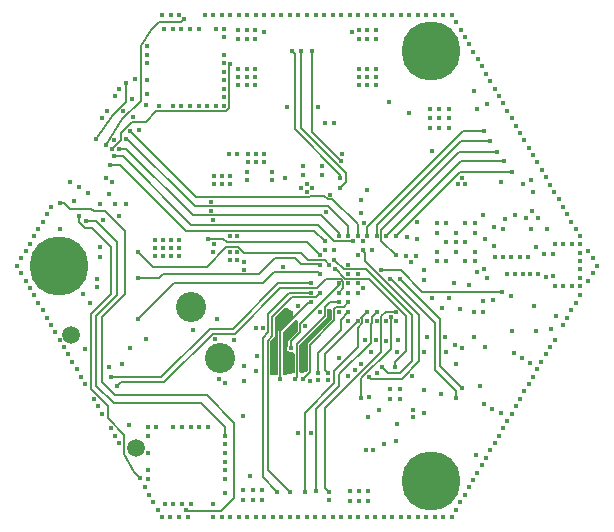
<source format=gbr>
%TF.GenerationSoftware,KiCad,Pcbnew,9.0.3*%
%TF.CreationDate,2025-09-25T19:14:03+02:00*%
%TF.ProjectId,PCB_PAPI,5043425f-5041-4504-992e-6b696361645f,rev?*%
%TF.SameCoordinates,Original*%
%TF.FileFunction,Copper,L3,Inr*%
%TF.FilePolarity,Positive*%
%FSLAX46Y46*%
G04 Gerber Fmt 4.6, Leading zero omitted, Abs format (unit mm)*
G04 Created by KiCad (PCBNEW 9.0.3) date 2025-09-25 19:14:03*
%MOMM*%
%LPD*%
G01*
G04 APERTURE LIST*
%TA.AperFunction,ComponentPad*%
%ADD10C,0.800000*%
%TD*%
%TA.AperFunction,ComponentPad*%
%ADD11C,5.000000*%
%TD*%
%TA.AperFunction,ComponentPad*%
%ADD12C,2.550000*%
%TD*%
%TA.AperFunction,ComponentPad*%
%ADD13C,1.500000*%
%TD*%
%TA.AperFunction,ViaPad*%
%ADD14C,0.400000*%
%TD*%
%TA.AperFunction,Conductor*%
%ADD15C,0.160000*%
%TD*%
G04 APERTURE END LIST*
D10*
%TO.N,GND*%
%TO.C,H3*%
X137625000Y-101186533D03*
X138174175Y-99860708D03*
X138174175Y-102512358D03*
X139500000Y-99311533D03*
D11*
X139500000Y-101186533D03*
D10*
X139500000Y-103061533D03*
X140825825Y-99860708D03*
X140825825Y-102512358D03*
X141375000Y-101186533D03*
%TD*%
%TO.N,GND*%
%TO.C,H3*%
X106125000Y-83000000D03*
X106674175Y-81674175D03*
X106674175Y-84325825D03*
X108000000Y-81125000D03*
D11*
X108000000Y-83000000D03*
D10*
X108000000Y-84875000D03*
X109325825Y-81674175D03*
X109325825Y-84325825D03*
X109875000Y-83000000D03*
%TD*%
%TO.N,GND*%
%TO.C,H3*%
X137625000Y-64813467D03*
X138174175Y-63487642D03*
X138174175Y-66139292D03*
X139500000Y-62938467D03*
D11*
X139500000Y-64813467D03*
D10*
X139500000Y-66688467D03*
X140825825Y-63487642D03*
X140825825Y-66139292D03*
X141375000Y-64813467D03*
%TD*%
D12*
%TO.N,/BAT+*%
%TO.C,J3*%
X119173647Y-86476918D03*
%TO.N,GND*%
X121673647Y-90807046D03*
D13*
X114513393Y-98405122D03*
X109013393Y-88878842D03*
%TD*%
D14*
%TO.N,GND*%
X116359000Y-103644729D03*
X115998000Y-103019459D03*
X115637000Y-102394189D03*
X115276000Y-101768918D03*
X113110000Y-98017296D03*
X112749000Y-97392026D03*
X112388000Y-96766756D03*
X111666000Y-95516215D03*
X111305000Y-94890945D03*
X110944000Y-94265674D03*
X110222000Y-93015134D03*
X109861000Y-92389863D03*
X109500000Y-91764593D03*
X109139000Y-91139323D03*
X108778000Y-90514052D03*
X108417000Y-89888782D03*
X108056000Y-89263512D03*
X107695000Y-88638241D03*
X107334000Y-88012971D03*
X106973000Y-87387701D03*
X106612000Y-86762430D03*
X106251000Y-86137160D03*
X105890000Y-85511890D03*
X105529000Y-84886619D03*
X105168000Y-84261349D03*
X104807000Y-83636079D03*
X104446000Y-83010808D03*
X113120000Y-68002704D03*
X112759000Y-68627974D03*
X112037000Y-69878515D03*
X111676000Y-70503785D03*
X107344000Y-78007029D03*
X106983000Y-78632299D03*
X106622000Y-79257570D03*
X106261000Y-79882840D03*
X105900000Y-80508110D03*
X105539000Y-81133381D03*
X105178000Y-81758651D03*
X104817000Y-82383921D03*
X116720000Y-104270000D03*
X117450000Y-61750808D03*
X118172000Y-61750808D03*
X120338000Y-61750808D03*
X121060000Y-61750808D03*
X121782000Y-61750808D03*
X122504000Y-61750808D03*
X123226000Y-61750808D03*
X123948000Y-61750808D03*
X124670000Y-61750808D03*
X125392000Y-61750808D03*
X126114000Y-61750808D03*
X126836000Y-61750808D03*
X127558000Y-61750808D03*
X128280000Y-61750808D03*
X129002000Y-61750808D03*
X129724000Y-61750808D03*
X130446000Y-61750808D03*
X131168000Y-61750808D03*
X131890000Y-61750808D03*
X132612000Y-61750808D03*
X133334000Y-61750808D03*
X134056000Y-61750808D03*
X134778000Y-61750808D03*
X135500000Y-61750808D03*
X136222000Y-61750808D03*
X136944000Y-61750808D03*
X137666000Y-61750808D03*
X138388000Y-61750808D03*
X139110000Y-61750808D03*
X139832000Y-61750808D03*
X140554000Y-61750808D03*
X141276000Y-61750808D03*
X141637000Y-62376079D03*
X141998000Y-63001349D03*
X142359000Y-63626619D03*
X142720000Y-64251890D03*
X143081000Y-64877160D03*
X143442000Y-65502430D03*
X143803000Y-66127701D03*
X144164000Y-66752971D03*
X144525000Y-67378241D03*
X144886000Y-68003512D03*
X145247000Y-68628782D03*
X145608000Y-69254052D03*
X145969000Y-69879323D03*
X146330000Y-70504593D03*
X146691000Y-71129863D03*
X147052000Y-71755134D03*
X147413000Y-72380404D03*
X147774000Y-73005674D03*
X148135000Y-73630945D03*
X148496000Y-74256215D03*
X148857000Y-74881485D03*
X149218000Y-75506756D03*
X149579000Y-76132026D03*
X149940000Y-76757296D03*
X150301000Y-77382567D03*
X150662000Y-78007837D03*
X151023000Y-78633107D03*
X151384000Y-79258378D03*
X151745000Y-79883648D03*
X152106000Y-80508918D03*
X152828000Y-81759459D03*
X153189000Y-82384729D03*
X153550000Y-83010000D03*
X153183000Y-83636079D03*
X152822000Y-84261349D03*
X152100000Y-85511890D03*
X151739000Y-86137160D03*
X151378000Y-86762430D03*
X151017000Y-87387701D03*
X150656000Y-88012971D03*
X149960000Y-89280000D03*
X149573000Y-89888782D03*
X149212000Y-90514052D03*
X148851000Y-91139323D03*
X148490000Y-91764593D03*
X148129000Y-92389863D03*
X147768000Y-93015134D03*
X147407000Y-93640404D03*
X147046000Y-94265674D03*
X146685000Y-94890945D03*
X146324000Y-95516215D03*
X145963000Y-96141485D03*
X145602000Y-96766756D03*
X145241000Y-97392026D03*
X144880000Y-98017296D03*
X144519000Y-98642567D03*
X144158000Y-99267837D03*
X143797000Y-99893107D03*
X143436000Y-100518378D03*
X143075000Y-101143648D03*
X142714000Y-101768918D03*
X142353000Y-102394189D03*
X141992000Y-103019459D03*
X141631000Y-103644729D03*
X141270000Y-104270000D03*
X116730000Y-61750000D03*
X140546000Y-104270000D03*
X139824000Y-104270000D03*
X139102000Y-104270000D03*
X138380000Y-104270000D03*
X137658000Y-104270000D03*
X136936000Y-104270000D03*
X136214000Y-104270000D03*
X135492000Y-104270000D03*
X134770000Y-104270000D03*
X134048000Y-104270000D03*
X133326000Y-104270000D03*
X132604000Y-104270000D03*
X131882000Y-104270000D03*
X131160000Y-104270000D03*
X130438000Y-104270000D03*
X129716000Y-104270000D03*
X128994000Y-104270000D03*
X128272000Y-104270000D03*
X127550000Y-104270000D03*
X126828000Y-104270000D03*
X126106000Y-104270000D03*
X125384000Y-104270000D03*
X124662000Y-104270000D03*
X123940000Y-104270000D03*
X123218000Y-104270000D03*
X122496000Y-104270000D03*
X121774000Y-104270000D03*
X121052000Y-104270000D03*
X118886000Y-104270000D03*
X118164000Y-104270000D03*
X117442000Y-104270000D03*
X112680000Y-72380000D03*
X126170000Y-91747982D03*
X127920000Y-87980000D03*
X114740000Y-71470000D03*
X148410000Y-88510000D03*
X146360000Y-88500000D03*
X140210000Y-71300000D03*
X139410000Y-71300000D03*
X141010000Y-70500000D03*
X140210000Y-70500000D03*
X139410000Y-70500000D03*
X141010000Y-69700000D03*
X140210000Y-69700000D03*
X139410000Y-69700000D03*
X141010000Y-71300000D03*
X143940000Y-78690000D03*
X112230000Y-91610000D03*
X113330000Y-91320000D03*
X135925000Y-69127276D03*
X137625000Y-70100000D03*
X130591205Y-78467982D03*
X121080000Y-81870000D03*
X121100000Y-81200000D03*
X127010000Y-83140000D03*
X121070000Y-79120000D03*
X120860000Y-78330000D03*
X120890000Y-77570000D03*
X130490000Y-81650000D03*
X111490000Y-81420000D03*
%TO.N,/BLUE*%
X114730000Y-87480000D03*
%TO.N,/GREEN*%
X114730000Y-84015000D03*
%TO.N,/RED*%
X114730000Y-81825000D03*
%TO.N,GND*%
X108130000Y-79860000D03*
X110030000Y-85400000D03*
X110630000Y-86120000D03*
X111230000Y-84820000D03*
X111250000Y-84100000D03*
X111490000Y-82260000D03*
%TO.N,/STM32/ADC_VBAT*%
X120600000Y-80700000D03*
X130103705Y-82097982D03*
%TO.N,GND*%
X111720000Y-79110000D03*
X133050000Y-91860000D03*
X117690000Y-103205000D03*
X133410000Y-67005000D03*
X133593705Y-77407982D03*
X123630000Y-92770000D03*
X128690000Y-91740000D03*
X133410000Y-63775000D03*
X123190000Y-63075000D03*
X145400000Y-75875000D03*
X151400000Y-81200000D03*
X133600000Y-91290000D03*
X140003705Y-82597982D03*
X124190000Y-100810000D03*
X150113813Y-87228304D03*
X147300000Y-83700000D03*
X140003705Y-79397982D03*
X140725000Y-89000000D03*
X125200000Y-102000000D03*
X124590000Y-67005000D03*
X132828705Y-63247982D03*
X116965000Y-103205000D03*
X152100000Y-81900000D03*
X120590000Y-96680000D03*
X120540000Y-69470000D03*
X130920000Y-77000000D03*
X124400000Y-102800000D03*
X134103705Y-87697982D03*
X118415000Y-96680000D03*
X137900000Y-92375000D03*
X130903705Y-86897982D03*
X123190000Y-67705000D03*
X117640000Y-62945000D03*
X145775000Y-79050000D03*
X140003705Y-81797982D03*
X123950000Y-75100000D03*
X133700000Y-80900000D03*
X141603705Y-80197982D03*
X140803705Y-80997982D03*
X121265000Y-62945000D03*
X134110000Y-63775000D03*
X130500000Y-70900000D03*
X117640000Y-69470000D03*
X129300000Y-97150000D03*
X148130737Y-76761826D03*
X116915000Y-62945000D03*
X127530000Y-90690000D03*
X128653705Y-75347982D03*
X149800000Y-82000000D03*
X124590000Y-63775000D03*
X143913705Y-86002982D03*
X128250000Y-97150000D03*
X145900000Y-83700000D03*
X143203705Y-80197982D03*
X121990000Y-66570000D03*
X114300000Y-70400000D03*
X133400000Y-102900000D03*
X152100000Y-84000000D03*
X140803705Y-79397982D03*
X138225000Y-82200000D03*
X136053705Y-94247982D03*
X121990000Y-68020000D03*
X148553705Y-78967982D03*
X119090000Y-69470000D03*
X123630000Y-91530000D03*
X133588705Y-78527982D03*
X140003705Y-80197982D03*
X121990000Y-63670000D03*
X115465000Y-67300000D03*
X123890000Y-63775000D03*
X134500000Y-81700000D03*
X131950000Y-73530000D03*
X133410000Y-67705000D03*
X142403705Y-79397982D03*
X126050000Y-75100000D03*
X138900000Y-90300000D03*
X150700000Y-84700000D03*
X134810000Y-63075000D03*
X143203705Y-79397982D03*
X142700000Y-84650000D03*
X133800000Y-79400000D03*
X136853705Y-93447982D03*
X131325000Y-81700000D03*
X129280000Y-92740000D03*
X135703705Y-89400000D03*
X136550000Y-97810000D03*
X119815000Y-69470000D03*
X152100000Y-82600000D03*
X123100000Y-73500000D03*
X136600000Y-90300000D03*
X144763705Y-85920000D03*
X134810000Y-67705000D03*
X137490000Y-80580000D03*
X150700000Y-81200000D03*
X133410000Y-63075000D03*
X128653705Y-74547982D03*
X123053705Y-80450000D03*
X110228769Y-90072037D03*
X113953769Y-96523927D03*
X146600000Y-83700000D03*
X115515000Y-97405000D03*
X115515000Y-98855000D03*
X121040000Y-103210000D03*
X122040000Y-98855000D03*
X109730083Y-76342228D03*
X136853705Y-94247982D03*
X143100000Y-89050000D03*
X152100000Y-84700000D03*
X133883705Y-89297982D03*
X117690000Y-96680000D03*
X115465000Y-64395000D03*
X150000000Y-81200000D03*
X118415000Y-103205000D03*
X124660000Y-91910000D03*
X124400000Y-102000000D03*
X128800000Y-88100000D03*
X145400000Y-95500000D03*
X148600000Y-83700000D03*
X112250000Y-76950000D03*
X123890000Y-67705000D03*
X136053705Y-93447982D03*
X123700000Y-83350000D03*
X144000000Y-94700000D03*
X144000000Y-83300000D03*
X112703702Y-77793589D03*
X119815000Y-62945000D03*
X123890000Y-67005000D03*
X138300000Y-79325000D03*
X147900000Y-91200000D03*
X121990000Y-65120000D03*
X123190000Y-66305000D03*
X110500000Y-76800000D03*
X127300000Y-69600000D03*
X134110000Y-63075000D03*
X124590000Y-66305000D03*
X145600000Y-82300000D03*
X143180737Y-68188174D03*
X124750000Y-90620000D03*
X123950000Y-75700000D03*
X127570000Y-91620000D03*
X122040000Y-98130000D03*
X135510000Y-98080000D03*
X124590000Y-67705000D03*
X115515000Y-96680000D03*
X143203705Y-81797982D03*
X116440000Y-69480000D03*
X132600000Y-102900000D03*
X144107965Y-89880739D03*
X144253641Y-69272037D03*
X133400000Y-102100000D03*
X144693705Y-95088895D03*
X134100000Y-76600000D03*
X130253705Y-75347982D03*
X114222373Y-68913175D03*
X124590000Y-63075000D03*
X134810000Y-67005000D03*
X144900000Y-82300000D03*
X122040000Y-101030000D03*
X123560000Y-95710000D03*
X122050000Y-102230000D03*
X143650000Y-93200000D03*
X126050000Y-75700000D03*
X150000000Y-84700000D03*
X127103705Y-75547982D03*
X134400000Y-90300000D03*
X123053705Y-81850000D03*
X147978641Y-75723927D03*
X113700000Y-77775000D03*
X134250000Y-94100000D03*
X136630000Y-96400000D03*
X149247216Y-83923608D03*
X131300000Y-70900000D03*
X122453705Y-82550000D03*
X146500000Y-90400000D03*
X123600000Y-102800000D03*
X137350000Y-82200000D03*
X148400000Y-81400000D03*
X140803705Y-82597982D03*
X132600000Y-102100000D03*
X149100000Y-82000000D03*
X132503705Y-85297982D03*
X138900000Y-83400000D03*
X132503705Y-84497982D03*
X141923705Y-86682982D03*
X123600000Y-102000000D03*
X115465000Y-65845000D03*
X147700000Y-82300000D03*
X134200000Y-102100000D03*
X143313813Y-99006250D03*
X134110000Y-67005000D03*
X123053705Y-82550000D03*
X119160000Y-103210000D03*
X139175000Y-89000000D03*
X123190000Y-67005000D03*
X121225000Y-89200000D03*
X139616205Y-73272982D03*
X141600000Y-91325000D03*
X109272373Y-77486826D03*
X118365000Y-69470000D03*
X146250000Y-85525000D03*
X134110000Y-66305000D03*
X143400000Y-69700000D03*
X123700000Y-82700000D03*
X148200000Y-86400000D03*
X151400000Y-84700000D03*
X119090000Y-62945000D03*
X108900000Y-75900000D03*
X129900000Y-69600000D03*
X144850000Y-79725000D03*
X141603705Y-80997982D03*
X125200000Y-102800000D03*
X122453705Y-80450000D03*
X132503705Y-83697982D03*
X152100000Y-83300000D03*
X134200000Y-95840000D03*
X134900000Y-92075000D03*
X142403705Y-80997982D03*
X133410000Y-66305000D03*
X146300000Y-82300000D03*
X114420000Y-67180000D03*
X134110000Y-67705000D03*
X134200000Y-102900000D03*
X116240000Y-96680000D03*
X115460000Y-68470000D03*
X121990000Y-68745000D03*
X138900000Y-93500000D03*
X147503705Y-78967982D03*
X143203705Y-82597982D03*
X149800000Y-83900000D03*
X122400000Y-73500000D03*
X139600000Y-85700000D03*
X148025000Y-78400000D03*
X147900000Y-83700000D03*
X147168705Y-90802069D03*
X152100000Y-81200000D03*
X125378705Y-63247982D03*
X138900000Y-84200000D03*
X115465000Y-65120000D03*
X121990000Y-67295000D03*
X138880000Y-95480000D03*
X121990000Y-65845000D03*
X119140000Y-96680000D03*
X135120000Y-95190000D03*
X123890000Y-66305000D03*
X111440000Y-77750000D03*
X122040000Y-100305000D03*
X134810000Y-66305000D03*
X122453705Y-81850000D03*
X113100000Y-78810000D03*
X119375000Y-88475000D03*
X121990000Y-69470000D03*
X121990000Y-62945000D03*
X140750000Y-90275000D03*
X121370000Y-87500000D03*
X127543705Y-87147982D03*
X130253705Y-74547982D03*
X146600000Y-78700000D03*
X147000000Y-82300000D03*
X121265000Y-69470000D03*
X147300000Y-76100000D03*
X119865000Y-96680000D03*
X123190000Y-63775000D03*
X122040000Y-99580000D03*
X137775000Y-82725000D03*
X131740000Y-90800000D03*
X123890000Y-63075000D03*
X135703705Y-87697982D03*
X118365000Y-62945000D03*
X134810000Y-63775000D03*
X142403705Y-82597982D03*
X141603705Y-81797982D03*
X140310000Y-93850000D03*
X113455083Y-69890338D03*
X115515000Y-101030000D03*
X115515000Y-100305000D03*
%TO.N,+3.3V*%
X130103705Y-86897982D03*
X140453705Y-86597982D03*
X133303705Y-83697982D03*
X124700000Y-88300000D03*
X130828905Y-102808905D03*
X141025000Y-85725000D03*
X134903705Y-87697982D03*
X125300000Y-88300000D03*
X128503705Y-76397982D03*
X142100000Y-75600000D03*
X134600000Y-98600000D03*
X145603705Y-79877982D03*
X129453705Y-76397982D03*
X115410000Y-69360000D03*
X134843705Y-89297982D03*
X148000000Y-79900000D03*
X112500000Y-75900000D03*
X144103705Y-80747982D03*
X143353705Y-83497982D03*
X136503705Y-87697982D03*
X136663705Y-89297982D03*
X144223705Y-83997982D03*
X128200000Y-86400000D03*
X143900000Y-86900000D03*
X112000000Y-75600000D03*
X143100000Y-86900000D03*
X133303705Y-84497982D03*
X134000000Y-98600000D03*
X128980000Y-76097984D03*
X138353705Y-80767982D03*
X128980000Y-76760000D03*
X131703705Y-86897982D03*
X141750000Y-76050000D03*
X141453705Y-84477982D03*
X142350000Y-76100000D03*
X133730000Y-84850000D03*
X133303705Y-85297982D03*
X149350000Y-79900000D03*
%TO.N,Net-(C7-Pad1)*%
X132503705Y-82897982D03*
%TO.N,Net-(C10-Pad1)*%
X133303705Y-82097982D03*
%TO.N,VBAT+*%
X116093705Y-82205982D03*
X118193705Y-81505982D03*
X117493705Y-82205982D03*
X116093705Y-81505982D03*
X116793705Y-81505982D03*
X118193705Y-80805982D03*
X117493705Y-81505982D03*
X117493705Y-80805982D03*
X118193705Y-82205982D03*
X116793705Y-80805982D03*
X116093705Y-80805982D03*
X116793705Y-82205982D03*
%TO.N,+5V*%
X121800000Y-76100000D03*
X114054955Y-89999184D03*
X121100000Y-76100000D03*
X121800000Y-75400000D03*
X115400000Y-89200000D03*
X121100000Y-75400000D03*
X122500000Y-76100000D03*
X122500000Y-75400000D03*
%TO.N,4.5V*%
X137950000Y-95800000D03*
X125400000Y-74200000D03*
X124700000Y-73500000D03*
X124000000Y-74200000D03*
X137950000Y-95250000D03*
X141500000Y-89700000D03*
X142100000Y-90000000D03*
X125400000Y-73500000D03*
X124000000Y-73500000D03*
X122075000Y-92940000D03*
X121590000Y-92580000D03*
X124700000Y-74200000D03*
X132500000Y-92300000D03*
%TO.N,/ESP32/CHIP_PU*%
X144800000Y-81300000D03*
%TO.N,Net-(S1-COM_1)*%
X131703705Y-84497982D03*
X127620000Y-90000787D03*
%TO.N,/NRST*%
X132503705Y-87697982D03*
X129400000Y-64800000D03*
X131850000Y-74150000D03*
%TO.N,/GPIO_MOT1*%
X145100000Y-73350000D03*
X136503705Y-82097982D03*
%TO.N,/TX_MOT1*%
X134903705Y-80497982D03*
X144500000Y-72450000D03*
%TO.N,/RX_MOT1*%
X134103705Y-80497982D03*
X144000000Y-71600000D03*
%TO.N,/RX_MOT2*%
X134903705Y-86897982D03*
X129800000Y-102100000D03*
%TO.N,/TX_MOT2*%
X134103705Y-86897982D03*
X128800000Y-102150000D03*
%TO.N,/GPIO_MOT2*%
X136503705Y-86897982D03*
X130850000Y-102150000D03*
%TO.N,/GPIO_MOT3*%
X113100000Y-73100000D03*
X131703705Y-80497982D03*
%TO.N,/TX_MOT3*%
X114050000Y-71550000D03*
X133303705Y-80497982D03*
%TO.N,/RX_MOT3*%
X113650000Y-72250000D03*
X132503705Y-80497982D03*
%TO.N,/ACCEL_MOSI*%
X128650000Y-92600000D03*
X132503705Y-86097982D03*
%TO.N,Net-(IC5-INT2)*%
X129943705Y-92707982D03*
%TO.N,/ACCEL_MISO*%
X131703705Y-86097982D03*
X128000000Y-92600000D03*
%TO.N,Net-(IC5-INT1)*%
X130773705Y-92707982D03*
%TO.N,/SAI_FS*%
X131350000Y-83300000D03*
X136445361Y-91554639D03*
%TO.N,/SAI_SD*%
X134250000Y-92400000D03*
X133700000Y-81700000D03*
%TO.N,/SAI_CLK*%
X131322705Y-82477295D03*
X135350000Y-91550000D03*
%TO.N,/GND_CONTROLLED*%
X149691910Y-88380706D03*
%TO.N,/BTN_A*%
X122800000Y-89300000D03*
%TO.N,/GND_CONTROl_GPIO*%
X145500000Y-85200000D03*
X135303707Y-83397980D03*
%TO.N,/ACCEL_CLK*%
X126750000Y-92626338D03*
X129303705Y-86097982D03*
%TO.N,/ACCEL_INT2*%
X129943705Y-92067982D03*
X132503705Y-86897982D03*
%TO.N,/ACCEL_INT1*%
X130773705Y-92067982D03*
X133303705Y-87697982D03*
%TO.N,/AMPLI_SD_MODE*%
X133573705Y-94237982D03*
X136100000Y-87300000D03*
%TO.N,/SWDIO*%
X127700000Y-64800000D03*
X131800000Y-75600000D03*
%TO.N,/SWCLK*%
X128500000Y-64800000D03*
X131800000Y-76400000D03*
%TO.N,/RX_LIDAR*%
X112900000Y-93200000D03*
X131703705Y-85297982D03*
%TO.N,/SDA_TOF1*%
X145700000Y-74150000D03*
X135703705Y-80497982D03*
%TO.N,/SDA_TOF3*%
X112650000Y-73750000D03*
X132900000Y-80901687D03*
%TO.N,/SCL_TOF1*%
X146350000Y-75050000D03*
X136503705Y-80497982D03*
%TO.N,/SDA_TOF2*%
X126500000Y-102150000D03*
X129303705Y-85297982D03*
%TO.N,/LIDAR_PWM*%
X112400000Y-92450000D03*
X129303705Y-84497982D03*
%TO.N,/SCL_TOF2*%
X127550000Y-102150000D03*
X130103705Y-85297982D03*
%TO.N,/SCL_TOF3*%
X112300000Y-74450000D03*
X130500000Y-80900000D03*
%TO.N,/TX_SUP*%
X142107965Y-93344841D03*
X136850000Y-84100000D03*
%TO.N,/RX_SUP*%
X136050000Y-84100000D03*
X141607965Y-94210866D03*
%TO.N,/ACCESOIRES/RED1*%
X122050000Y-97400000D03*
X110303701Y-79196299D03*
%TO.N,/RED*%
X130903705Y-82897982D03*
%TO.N,/ACCESOIRES/RED1*%
X122490000Y-65930000D03*
X112478784Y-73138784D03*
%TO.N,/ACCESOIRES/GREEN1*%
X114890000Y-100987837D03*
X109660000Y-78810000D03*
X111953840Y-72813840D03*
X118600000Y-62110000D03*
%TO.N,/GREEN*%
X130103705Y-82897982D03*
%TO.N,/ACCESOIRES/BLEU1*%
X108070000Y-77700000D03*
%TO.N,/BLUE*%
X130103705Y-83697982D03*
%TO.N,/ACCESOIRES/BLEU1*%
X111138835Y-72288835D03*
X118790000Y-103670000D03*
X113650000Y-67530000D03*
%TD*%
D15*
%TO.N,/ACCESOIRES/GREEN1*%
X113360000Y-70590000D02*
X111953840Y-72813840D01*
X114930000Y-69020000D02*
X113360000Y-70590000D01*
X114985469Y-64433158D02*
X114930000Y-64540000D01*
X115780000Y-63070000D02*
X114985469Y-64433158D01*
X114930000Y-64540000D02*
X114930000Y-69020000D01*
X118340000Y-62370000D02*
X116480000Y-62370000D01*
X118600000Y-62110000D02*
X118340000Y-62370000D01*
X116480000Y-62370000D02*
X115780000Y-63070000D01*
%TO.N,/ACCESOIRES/BLEU1*%
X113650000Y-69100000D02*
X112545000Y-70205000D01*
X113650000Y-67530000D02*
X113650000Y-69100000D01*
X112545000Y-70205000D02*
X111138835Y-72288835D01*
X118880000Y-103670000D02*
X118790000Y-103670000D01*
X118980000Y-103770000D02*
X118880000Y-103670000D01*
X121760000Y-103770000D02*
X118980000Y-103770000D01*
X122860000Y-102670000D02*
X121760000Y-103770000D01*
X122860000Y-96300000D02*
X122860000Y-102670000D01*
X120510000Y-93950000D02*
X122860000Y-96300000D01*
X112750000Y-93950000D02*
X120510000Y-93950000D01*
X111620000Y-92820000D02*
X112750000Y-93950000D01*
X113570000Y-80060000D02*
X113570000Y-85430000D01*
X110754284Y-78190000D02*
X110944284Y-78380000D01*
X108940000Y-78190000D02*
X110754284Y-78190000D01*
X113570000Y-85430000D02*
X111620000Y-87380000D01*
X108450000Y-77700000D02*
X108940000Y-78190000D01*
X111620000Y-87380000D02*
X111620000Y-92820000D01*
X110944284Y-78380000D02*
X111890000Y-78380000D01*
X108070000Y-77700000D02*
X108450000Y-77700000D01*
X111890000Y-78380000D02*
X113570000Y-80060000D01*
%TO.N,/ACCESOIRES/GREEN1*%
X114877837Y-100987837D02*
X114890000Y-100987837D01*
X114344249Y-100454249D02*
X114877837Y-100987837D01*
X113492119Y-98978361D02*
X114344249Y-100454249D01*
X113492119Y-97292119D02*
X113492119Y-98978361D01*
X112130000Y-95930000D02*
X113492119Y-97292119D01*
X112130000Y-94870000D02*
X112130000Y-95930000D01*
X112390000Y-85360000D02*
X110700000Y-87050000D01*
X112390000Y-81440000D02*
X112390000Y-85360000D01*
X110700000Y-93440000D02*
X112130000Y-94870000D01*
X110220000Y-79830000D02*
X110780000Y-79830000D01*
X110700000Y-87050000D02*
X110700000Y-93440000D01*
X109660000Y-79270000D02*
X110220000Y-79830000D01*
X109660000Y-78810000D02*
X109660000Y-79270000D01*
X110780000Y-79830000D02*
X112390000Y-81440000D01*
%TO.N,/ACCESOIRES/RED1*%
X113269000Y-72348568D02*
X112478784Y-73138784D01*
X113269000Y-71741000D02*
X113269000Y-72348568D01*
X114190000Y-70820000D02*
X113269000Y-71741000D01*
X116240000Y-69930000D02*
X115350000Y-70820000D01*
X115350000Y-70820000D02*
X114190000Y-70820000D01*
X122430000Y-69630000D02*
X122130000Y-69930000D01*
X122430000Y-65990000D02*
X122430000Y-69630000D01*
X122130000Y-69930000D02*
X116240000Y-69930000D01*
X122490000Y-65930000D02*
X122430000Y-65990000D01*
%TO.N,Net-(S1-COM_1)*%
X131703705Y-84646295D02*
X131703705Y-84497982D01*
X128380000Y-88640000D02*
X128380000Y-87970000D01*
X127610000Y-89410000D02*
X128380000Y-88640000D01*
X127620000Y-90000787D02*
X127610000Y-89990787D01*
X127610000Y-89990787D02*
X127610000Y-89410000D01*
X128380000Y-87970000D02*
X131703705Y-84646295D01*
%TO.N,/ACCEL_MISO*%
X128160000Y-89630000D02*
X130522705Y-87267295D01*
X130522705Y-87267295D02*
X130522705Y-86527295D01*
X130522705Y-86527295D02*
X130952018Y-86097982D01*
X128160000Y-92440000D02*
X128160000Y-89630000D01*
X130952018Y-86097982D02*
X131703705Y-86097982D01*
X128000000Y-92600000D02*
X128160000Y-92440000D01*
%TO.N,/SCL_TOF2*%
X126070000Y-88960000D02*
X125680000Y-89350000D01*
X125680000Y-100280000D02*
X127550000Y-102150000D01*
X126070000Y-87340000D02*
X126070000Y-88960000D01*
X125680000Y-89350000D02*
X125680000Y-100280000D01*
X127731018Y-85678982D02*
X126070000Y-87340000D01*
X129722705Y-85678982D02*
X127731018Y-85678982D01*
X130103705Y-85297982D02*
X129722705Y-85678982D01*
%TO.N,/LIDAR_PWM*%
X126552018Y-84497982D02*
X129303705Y-84497982D01*
X122700000Y-88350000D02*
X126552018Y-84497982D01*
X116650000Y-92450000D02*
X120750000Y-88350000D01*
X120750000Y-88350000D02*
X122700000Y-88350000D01*
X112400000Y-92450000D02*
X116650000Y-92450000D01*
%TO.N,/SDA_TOF2*%
X125240000Y-100890000D02*
X126500000Y-102150000D01*
X125690000Y-88640000D02*
X125240000Y-89090000D01*
X125690000Y-87110000D02*
X125690000Y-88640000D01*
X125240000Y-89090000D02*
X125240000Y-100890000D01*
X127502018Y-85297982D02*
X125690000Y-87110000D01*
X129303705Y-85297982D02*
X127502018Y-85297982D01*
%TO.N,/ACCEL_CLK*%
X129202018Y-86097982D02*
X129303705Y-86097982D01*
X126750000Y-88550000D02*
X129202018Y-86097982D01*
X126750000Y-92626338D02*
X126750000Y-88550000D01*
%TO.N,/ACCEL_MOSI*%
X131284705Y-87615295D02*
X129230000Y-89670000D01*
X129230000Y-89670000D02*
X129230000Y-92020000D01*
X131488371Y-86478982D02*
X131284705Y-86682648D01*
X132122705Y-86478982D02*
X131488371Y-86478982D01*
X129230000Y-92020000D02*
X128650000Y-92600000D01*
X132503705Y-86097982D02*
X132122705Y-86478982D01*
X131284705Y-86682648D02*
X131284705Y-87615295D01*
%TO.N,/GPIO_MOT3*%
X131703705Y-80263705D02*
X131703705Y-80497982D01*
X130180000Y-78740000D02*
X131703705Y-80263705D01*
X113100000Y-73100000D02*
X113700000Y-73100000D01*
X113700000Y-73100000D02*
X119340000Y-78740000D01*
X119340000Y-78740000D02*
X130180000Y-78740000D01*
%TO.N,/GREEN*%
X130095723Y-82890000D02*
X130103705Y-82897982D01*
X128480000Y-82890000D02*
X130095723Y-82890000D01*
X126300000Y-82360000D02*
X127950000Y-82360000D01*
X127950000Y-82360000D02*
X128480000Y-82890000D01*
X124929000Y-83731000D02*
X126300000Y-82360000D01*
X116505000Y-84015000D02*
X116789000Y-83731000D01*
X114730000Y-84015000D02*
X116505000Y-84015000D01*
X116789000Y-83731000D02*
X124929000Y-83731000D01*
%TO.N,/RED*%
X130484705Y-82478982D02*
X130903705Y-82897982D01*
X129058982Y-82478982D02*
X130484705Y-82478982D01*
X123190148Y-81440000D02*
X123680148Y-81930000D01*
X122170000Y-81440000D02*
X123190148Y-81440000D01*
X128510000Y-81930000D02*
X129058982Y-82478982D01*
X120540000Y-83070000D02*
X122170000Y-81440000D01*
X115975000Y-83070000D02*
X120540000Y-83070000D01*
X114730000Y-81825000D02*
X115975000Y-83070000D01*
X123680148Y-81930000D02*
X128510000Y-81930000D01*
%TO.N,/SCL_TOF3*%
X118770000Y-80020000D02*
X129620000Y-80020000D01*
X113200000Y-74450000D02*
X118770000Y-80020000D01*
X129620000Y-80020000D02*
X130500000Y-80900000D01*
X112300000Y-74450000D02*
X113200000Y-74450000D01*
%TO.N,/SDA_TOF3*%
X129910000Y-79510000D02*
X119210000Y-79510000D01*
X119210000Y-79510000D02*
X113450000Y-73750000D01*
X113450000Y-73750000D02*
X112650000Y-73750000D01*
X131301687Y-80901687D02*
X129910000Y-79510000D01*
X132900000Y-80901687D02*
X131301687Y-80901687D01*
%TO.N,/RX_MOT3*%
X113800000Y-72250000D02*
X113650000Y-72250000D01*
X119500000Y-77950000D02*
X113800000Y-72250000D01*
X130800000Y-77950000D02*
X119500000Y-77950000D01*
X132503705Y-80497982D02*
X132503705Y-79653705D01*
X132503705Y-79653705D02*
X130800000Y-77950000D01*
%TO.N,/TX_MOT3*%
X133303705Y-79503705D02*
X133303705Y-80497982D01*
X131077816Y-77381000D02*
X131129408Y-77329408D01*
X130441184Y-77060000D02*
X130762184Y-77381000D01*
X129137816Y-77141000D02*
X129218816Y-77060000D01*
X129218816Y-77060000D02*
X130441184Y-77060000D01*
X130762184Y-77381000D02*
X131077816Y-77381000D01*
X119641000Y-77141000D02*
X129137816Y-77141000D01*
X131129408Y-77329408D02*
X133303705Y-79503705D01*
X114050000Y-71550000D02*
X119641000Y-77141000D01*
%TO.N,/ACCESOIRES/RED1*%
X122050000Y-96680000D02*
X122050000Y-97400000D01*
X120030000Y-94660000D02*
X122050000Y-96680000D01*
X112630890Y-94660000D02*
X120030000Y-94660000D01*
X111130000Y-93159110D02*
X112630890Y-94660000D01*
X111136299Y-79196299D02*
X112920000Y-80980000D01*
X111130000Y-87250000D02*
X111130000Y-93159110D01*
X112920000Y-85460000D02*
X111130000Y-87250000D01*
X110303701Y-79196299D02*
X111136299Y-79196299D01*
X112920000Y-80980000D02*
X112920000Y-85460000D01*
%TO.N,/BLUE*%
X129965723Y-83560000D02*
X130103705Y-83697982D01*
X126200000Y-83560000D02*
X129965723Y-83560000D01*
X117740000Y-84470000D02*
X125290000Y-84470000D01*
X114730000Y-87480000D02*
X117740000Y-84470000D01*
X125290000Y-84470000D02*
X126200000Y-83560000D01*
%TO.N,/STM32/ADC_VBAT*%
X130097982Y-82097982D02*
X130103705Y-82097982D01*
X128980000Y-80980000D02*
X130097982Y-82097982D01*
X121920000Y-80700000D02*
X122200000Y-80980000D01*
X120600000Y-80700000D02*
X121920000Y-80700000D01*
X122200000Y-80980000D02*
X128980000Y-80980000D01*
%TO.N,/NRST*%
X129400000Y-71700000D02*
X129400000Y-64800000D01*
X131850000Y-74150000D02*
X129400000Y-71700000D01*
%TO.N,/GPIO_MOT1*%
X135300000Y-79950000D02*
X136150000Y-79100000D01*
X141900000Y-73350000D02*
X136150000Y-79100000D01*
X145100000Y-73350000D02*
X141900000Y-73350000D01*
X135300000Y-80894277D02*
X135300000Y-79950000D01*
X136503705Y-82097982D02*
X135300000Y-80894277D01*
%TO.N,/TX_MOT1*%
X134903705Y-79546295D02*
X142000000Y-72450000D01*
X134903705Y-80497982D02*
X134903705Y-79546295D01*
X142000000Y-72450000D02*
X144500000Y-72450000D01*
%TO.N,/RX_MOT1*%
X134103705Y-79696295D02*
X134103705Y-80497982D01*
X144000000Y-71600000D02*
X142200000Y-71600000D01*
X142200000Y-71600000D02*
X134103705Y-79696295D01*
%TO.N,/RX_MOT2*%
X134484705Y-87316982D02*
X134903705Y-86897982D01*
X129800000Y-95100000D02*
X131725000Y-93175000D01*
X131725000Y-92175000D02*
X134400000Y-89500000D01*
X134400000Y-87940503D02*
X134484705Y-87855798D01*
X134400000Y-89500000D02*
X134400000Y-87940503D01*
X129800000Y-102100000D02*
X129800000Y-95100000D01*
X131725000Y-93175000D02*
X131725000Y-92175000D01*
X134484705Y-87855798D02*
X134484705Y-87316982D01*
%TO.N,/TX_MOT2*%
X128800000Y-95455126D02*
X131300000Y-92955126D01*
X131300000Y-92955126D02*
X131300000Y-91900000D01*
X131300000Y-91900000D02*
X133300000Y-89900000D01*
X133684705Y-87855798D02*
X133684705Y-87540166D01*
X133300000Y-88240503D02*
X133684705Y-87855798D01*
X133684705Y-87540166D02*
X133573113Y-87428574D01*
X133300000Y-89900000D02*
X133300000Y-88240503D01*
X128800000Y-102150000D02*
X128800000Y-95455126D01*
X133573113Y-87428574D02*
X134103705Y-86897982D01*
%TO.N,/GPIO_MOT2*%
X135652018Y-86897982D02*
X136503705Y-86897982D01*
X130850000Y-102150000D02*
X130500000Y-101800000D01*
X130500000Y-101800000D02*
X130500000Y-95050000D01*
X130500000Y-95050000D02*
X135284705Y-90265295D01*
X135284705Y-87265295D02*
X135652018Y-86897982D01*
X135284705Y-90265295D02*
X135284705Y-87265295D01*
%TO.N,/SAI_FS*%
X131413649Y-83300000D02*
X132213649Y-84100000D01*
X131350000Y-83300000D02*
X131413649Y-83300000D01*
X134244539Y-84100000D02*
X137400000Y-87255461D01*
X136445361Y-91154639D02*
X136445361Y-91554639D01*
X137400000Y-90200000D02*
X136445361Y-91154639D01*
X132213649Y-84100000D02*
X134244539Y-84100000D01*
X137400000Y-87255461D02*
X137400000Y-90200000D01*
%TO.N,/SAI_SD*%
X133930000Y-81930000D02*
X133930000Y-82600000D01*
X138500000Y-91100000D02*
X137050000Y-92550000D01*
X138500000Y-87170000D02*
X138500000Y-91100000D01*
X137050000Y-92550000D02*
X134400000Y-92550000D01*
X133700000Y-81700000D02*
X133930000Y-81930000D01*
X133930000Y-82600000D02*
X138500000Y-87170000D01*
X134400000Y-92550000D02*
X134250000Y-92400000D01*
%TO.N,/SAI_CLK*%
X137900000Y-87200000D02*
X137900000Y-91100000D01*
X136900000Y-92100000D02*
X135900000Y-92100000D01*
X131322705Y-82477295D02*
X132145410Y-83300000D01*
X137900000Y-91100000D02*
X136900000Y-92100000D01*
X135900000Y-92100000D02*
X135350000Y-91550000D01*
X132145410Y-83300000D02*
X134000000Y-83300000D01*
X134000000Y-83300000D02*
X137900000Y-87200000D01*
%TO.N,/GND_CONTROl_GPIO*%
X136947980Y-83397980D02*
X138750000Y-85200000D01*
X138750000Y-85200000D02*
X145500000Y-85200000D01*
X135303707Y-83397980D02*
X136947980Y-83397980D01*
%TO.N,/ACCEL_INT2*%
X129943705Y-90356295D02*
X129943705Y-92067982D01*
X132503705Y-86897982D02*
X132503705Y-86946295D01*
X132503705Y-86946295D02*
X131850000Y-87600000D01*
X131850000Y-88450000D02*
X129943705Y-90356295D01*
X131850000Y-87600000D02*
X131850000Y-88450000D01*
%TO.N,/ACCEL_INT1*%
X130500000Y-91794277D02*
X130500000Y-90501687D01*
X130500000Y-90501687D02*
X133303705Y-87697982D01*
X130773705Y-92067982D02*
X130500000Y-91794277D01*
%TO.N,/AMPLI_SD_MODE*%
X136100000Y-90011184D02*
X133573705Y-92537479D01*
X136100000Y-87300000D02*
X136100000Y-90011184D01*
X133573705Y-92537479D02*
X133573705Y-94237982D01*
%TO.N,/SWDIO*%
X127950000Y-65050000D02*
X127950000Y-71450000D01*
X127700000Y-64800000D02*
X127950000Y-65050000D01*
X127950000Y-71450000D02*
X131800000Y-75300000D01*
X131800000Y-75300000D02*
X131800000Y-75600000D01*
%TO.N,/SWCLK*%
X132300000Y-75150000D02*
X128500000Y-71350000D01*
X131800000Y-76400000D02*
X132300000Y-75900000D01*
X132300000Y-75900000D02*
X132300000Y-75150000D01*
X128500000Y-71350000D02*
X128500000Y-64800000D01*
%TO.N,/RX_LIDAR*%
X131844539Y-84100000D02*
X130650000Y-84100000D01*
X122900000Y-88750000D02*
X121000000Y-88750000D01*
X130650000Y-84100000D02*
X129833018Y-84916982D01*
X126733018Y-84916982D02*
X122900000Y-88750000D01*
X113250000Y-92850000D02*
X112900000Y-93200000D01*
X131703705Y-85297982D02*
X132084705Y-84916982D01*
X121000000Y-88750000D02*
X116900000Y-92850000D01*
X129833018Y-84916982D02*
X126733018Y-84916982D01*
X132084705Y-84340166D02*
X131844539Y-84100000D01*
X132084705Y-84916982D02*
X132084705Y-84340166D01*
X116900000Y-92850000D02*
X113250000Y-92850000D01*
%TO.N,/SDA_TOF1*%
X142051687Y-74150000D02*
X145700000Y-74150000D01*
X135703705Y-80497982D02*
X142051687Y-74150000D01*
%TO.N,/SCL_TOF1*%
X141951687Y-75050000D02*
X136503705Y-80497982D01*
X146350000Y-75050000D02*
X141951687Y-75050000D01*
%TO.N,/TX_SUP*%
X140250000Y-91486876D02*
X142107965Y-93344841D01*
X136850000Y-84100000D02*
X140250000Y-87500000D01*
X140250000Y-87500000D02*
X140250000Y-91486876D01*
%TO.N,/RX_SUP*%
X139850000Y-91850000D02*
X141607965Y-93607965D01*
X136050000Y-84100000D02*
X136100000Y-84100000D01*
X141607965Y-93607965D02*
X141607965Y-94210866D01*
X139850000Y-87850000D02*
X139850000Y-91850000D01*
X136100000Y-84100000D02*
X139850000Y-87850000D01*
%TD*%
%TA.AperFunction,Conductor*%
%TO.N,GND*%
G36*
X127279567Y-86545547D02*
G01*
X127303924Y-86557153D01*
X127763938Y-86841525D01*
X127785951Y-86866049D01*
X127808768Y-86889824D01*
X127809709Y-86892515D01*
X127810611Y-86893520D01*
X127820419Y-86923140D01*
X127857080Y-87110114D01*
X127850662Y-87179688D01*
X127823078Y-87221654D01*
X126596980Y-88447753D01*
X126596979Y-88447754D01*
X126580732Y-88486980D01*
X126569500Y-88514094D01*
X126569500Y-92158720D01*
X126549815Y-92225759D01*
X126497011Y-92271514D01*
X126446778Y-92282713D01*
X125985778Y-92287465D01*
X125918539Y-92268473D01*
X125872243Y-92216143D01*
X125860500Y-92163472D01*
X125860500Y-89476128D01*
X125880185Y-89409089D01*
X125896819Y-89388447D01*
X126223019Y-89062247D01*
X126223021Y-89062245D01*
X126236760Y-89029074D01*
X126250500Y-88995904D01*
X126250500Y-87466127D01*
X126270185Y-87399088D01*
X126286814Y-87378451D01*
X127071147Y-86594118D01*
X127086069Y-86585762D01*
X127097088Y-86574263D01*
X127129877Y-86561229D01*
X127209786Y-86542051D01*
X127279567Y-86545547D01*
G37*
%TD.AperFunction*%
%TA.AperFunction,Conductor*%
G36*
X128090444Y-87567335D02*
G01*
X128132984Y-87594065D01*
X128229282Y-87686511D01*
X128264011Y-87747138D01*
X128260450Y-87816917D01*
X128231093Y-87863641D01*
X128226979Y-87867754D01*
X128226978Y-87867756D01*
X128207549Y-87914658D01*
X128207550Y-87914659D01*
X128199500Y-87934096D01*
X128199500Y-88513872D01*
X128179815Y-88580911D01*
X128163181Y-88601553D01*
X127456980Y-89307753D01*
X127456978Y-89307756D01*
X127437549Y-89354658D01*
X127437550Y-89354659D01*
X127429500Y-89374096D01*
X127429500Y-89714954D01*
X127409815Y-89781993D01*
X127393181Y-89802635D01*
X127379541Y-89816274D01*
X127379535Y-89816282D01*
X127339982Y-89884791D01*
X127339979Y-89884796D01*
X127326326Y-89935749D01*
X127319500Y-89961225D01*
X127319500Y-90040349D01*
X127333152Y-90091300D01*
X127339979Y-90116777D01*
X127339982Y-90116782D01*
X127379535Y-90185291D01*
X127379539Y-90185296D01*
X127379540Y-90185298D01*
X127435489Y-90241247D01*
X127435491Y-90241248D01*
X127435495Y-90241251D01*
X127504004Y-90280804D01*
X127504011Y-90280808D01*
X127580438Y-90301287D01*
X127580440Y-90301287D01*
X127659561Y-90301287D01*
X127659562Y-90301287D01*
X127659562Y-90301286D01*
X127667619Y-90300226D01*
X127667822Y-90301770D01*
X127689736Y-90302289D01*
X127720893Y-90301059D01*
X127725991Y-90303148D01*
X127728424Y-90303206D01*
X127753549Y-90314440D01*
X127891493Y-90395584D01*
X127939296Y-90446541D01*
X127952535Y-90497832D01*
X127979413Y-91216797D01*
X127979500Y-91221429D01*
X127979500Y-91983245D01*
X127959815Y-92050284D01*
X127907011Y-92096039D01*
X127873847Y-92105880D01*
X127072847Y-92225714D01*
X127003633Y-92216165D01*
X126950569Y-92170712D01*
X126930502Y-92103786D01*
X126930500Y-92103079D01*
X126930500Y-88676127D01*
X126950185Y-88609088D01*
X126966814Y-88588451D01*
X127959431Y-87595834D01*
X128020752Y-87562351D01*
X128090444Y-87567335D01*
G37*
%TD.AperFunction*%
%TD*%
%TA.AperFunction,Conductor*%
%TO.N,GND*%
G36*
X131047244Y-86659685D02*
G01*
X131092999Y-86712489D01*
X131104205Y-86764000D01*
X131104205Y-87489167D01*
X131084520Y-87556206D01*
X131067886Y-87576848D01*
X129076980Y-89567753D01*
X129076978Y-89567756D01*
X129057549Y-89614658D01*
X129057550Y-89614659D01*
X129049500Y-89634096D01*
X129049500Y-91893870D01*
X129040853Y-91923315D01*
X129034330Y-91953300D01*
X129030577Y-91958312D01*
X129029815Y-91960909D01*
X129013179Y-91981554D01*
X128996444Y-91998288D01*
X128935119Y-92031771D01*
X128914447Y-92034474D01*
X128470182Y-92054853D01*
X128402311Y-92038261D01*
X128354185Y-91987609D01*
X128340500Y-91930983D01*
X128340500Y-89756127D01*
X128360185Y-89689088D01*
X128376819Y-89668446D01*
X130675723Y-87369542D01*
X130675725Y-87369540D01*
X130703205Y-87303199D01*
X130703205Y-86764000D01*
X130705755Y-86755314D01*
X130704467Y-86746353D01*
X130715445Y-86722312D01*
X130722890Y-86696961D01*
X130729730Y-86691033D01*
X130733492Y-86682797D01*
X130755726Y-86668507D01*
X130775694Y-86651206D01*
X130786208Y-86648918D01*
X130792270Y-86645023D01*
X130827205Y-86640000D01*
X130980205Y-86640000D01*
X131047244Y-86659685D01*
G37*
%TD.AperFunction*%
%TD*%
M02*

</source>
